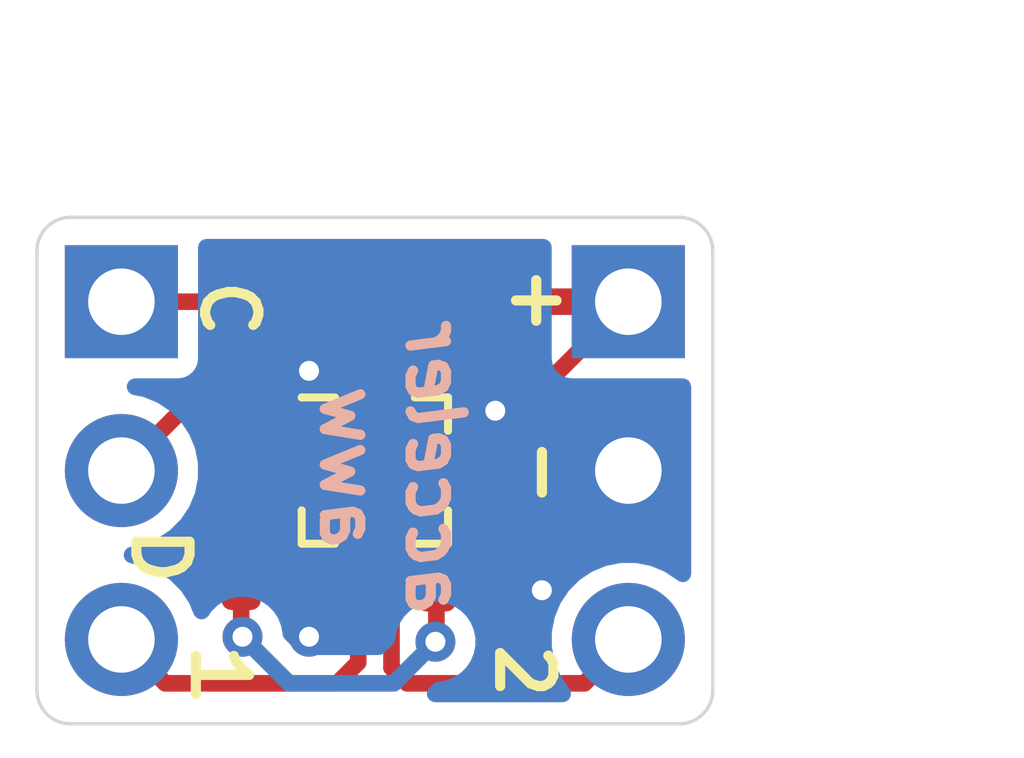
<source format=kicad_pcb>
(kicad_pcb (version 20171130) (host pcbnew "(5.1.5-0-10_14)")

  (general
    (thickness 1.6)
    (drawings 17)
    (tracks 63)
    (zones 0)
    (modules 8)
    (nets 7)
  )

  (page A4)
  (layers
    (0 F.Cu signal)
    (31 B.Cu signal)
    (32 B.Adhes user hide)
    (33 F.Adhes user hide)
    (34 B.Paste user hide)
    (35 F.Paste user hide)
    (36 B.SilkS user)
    (37 F.SilkS user hide)
    (38 B.Mask user hide)
    (39 F.Mask user hide)
    (40 Dwgs.User user hide)
    (41 Cmts.User user)
    (42 Eco1.User user hide)
    (43 Eco2.User user hide)
    (44 Edge.Cuts user)
    (45 Margin user hide)
    (46 B.CrtYd user hide)
    (47 F.CrtYd user hide)
    (48 B.Fab user hide)
    (49 F.Fab user hide)
  )

  (setup
    (last_trace_width 0.25)
    (user_trace_width 0.3)
    (user_trace_width 0.4)
    (trace_clearance 0.2)
    (zone_clearance 0.508)
    (zone_45_only no)
    (trace_min 0.2)
    (via_size 0.8)
    (via_drill 0.4)
    (via_min_size 0.4)
    (via_min_drill 0.3)
    (user_via 0.6 0.3)
    (uvia_size 0.3)
    (uvia_drill 0.1)
    (uvias_allowed no)
    (uvia_min_size 0.2)
    (uvia_min_drill 0.1)
    (edge_width 0.05)
    (segment_width 0.2)
    (pcb_text_width 0.3)
    (pcb_text_size 1.5 1.5)
    (mod_edge_width 0.153)
    (mod_text_size 1 0.8)
    (mod_text_width 0.153)
    (pad_size 1.524 1.524)
    (pad_drill 0.762)
    (pad_to_mask_clearance 0.051)
    (solder_mask_min_width 0.25)
    (aux_axis_origin 0 0)
    (visible_elements FFFFFF7F)
    (pcbplotparams
      (layerselection 0x010fc_ffffffff)
      (usegerberextensions false)
      (usegerberattributes false)
      (usegerberadvancedattributes false)
      (creategerberjobfile false)
      (excludeedgelayer true)
      (linewidth 0.100000)
      (plotframeref false)
      (viasonmask false)
      (mode 1)
      (useauxorigin false)
      (hpglpennumber 1)
      (hpglpenspeed 20)
      (hpglpendiameter 15.000000)
      (psnegative false)
      (psa4output false)
      (plotreference true)
      (plotvalue true)
      (plotinvisibletext false)
      (padsonsilk false)
      (subtractmaskfromsilk false)
      (outputformat 1)
      (mirror false)
      (drillshape 0)
      (scaleselection 1)
      (outputdirectory "fabrication-files/"))
  )

  (net 0 "")
  (net 1 GND)
  (net 2 +3V3)
  (net 3 I2C_CLK)
  (net 4 INT_2)
  (net 5 INT_1)
  (net 6 I2C_DATA)

  (net_class Default "This is the default net class."
    (clearance 0.2)
    (trace_width 0.25)
    (via_dia 0.8)
    (via_drill 0.4)
    (uvia_dia 0.3)
    (uvia_drill 0.1)
    (add_net +3V3)
    (add_net GND)
    (add_net I2C_CLK)
    (add_net I2C_DATA)
    (add_net INT_1)
    (add_net INT_2)
  )

  (module Connector_PinHeader_2.54mm:PinHeader_1x03_P2.54mm_Vertical (layer B.Cu) (tedit 5FBE1D84) (tstamp 5FBE16F1)
    (at 157.48 86.36 180)
    (descr "Through hole straight pin header, 1x03, 2.54mm pitch, single row")
    (tags "Through hole pin header THT 1x03 2.54mm single row")
    (path /5FC66D59)
    (fp_text reference J1 (at 0 2.33 180) (layer B.SilkS) hide
      (effects (font (size 1 1) (thickness 0.15)) (justify mirror))
    )
    (fp_text value Conn_01x03 (at 0 -7.41 180) (layer B.Fab)
      (effects (font (size 1 1) (thickness 0.15)) (justify mirror))
    )
    (fp_text user %R (at 0 -2.54 90) (layer B.Fab) hide
      (effects (font (size 1 1) (thickness 0.15)) (justify mirror))
    )
    (fp_line (start 1.8 1.8) (end -1.8 1.8) (layer B.CrtYd) (width 0.05))
    (fp_line (start 1.8 -6.85) (end 1.8 1.8) (layer B.CrtYd) (width 0.05))
    (fp_line (start -1.8 -6.85) (end 1.8 -6.85) (layer B.CrtYd) (width 0.05))
    (fp_line (start -1.8 1.8) (end -1.8 -6.85) (layer B.CrtYd) (width 0.05))
    (fp_line (start -1.27 0.635) (end -0.635 1.27) (layer B.Fab) (width 0.1))
    (fp_line (start -1.27 -6.35) (end -1.27 0.635) (layer B.Fab) (width 0.1))
    (fp_line (start 1.27 -6.35) (end -1.27 -6.35) (layer B.Fab) (width 0.1))
    (fp_line (start 1.27 1.27) (end 1.27 -6.35) (layer B.Fab) (width 0.1))
    (fp_line (start -0.635 1.27) (end 1.27 1.27) (layer B.Fab) (width 0.1))
    (pad 3 thru_hole oval (at 0 -5.08 180) (size 1.7 1.7) (drill 1) (layers *.Cu *.Mask)
      (net 5 INT_1))
    (pad 2 thru_hole oval (at 0 -2.54 180) (size 1.7 1.7) (drill 1) (layers *.Cu *.Mask)
      (net 6 I2C_DATA))
    (pad 1 thru_hole rect (at 0 0 180) (size 1.7 1.7) (drill 1) (layers *.Cu *.Mask)
      (net 3 I2C_CLK))
    (model ${KISYS3DMOD}/Connector_PinHeader_2.54mm.3dshapes/PinHeader_1x03_P2.54mm_Vertical.wrl
      (at (xyz 0 0 0))
      (scale (xyz 1 1 1))
      (rotate (xyz 0 0 0))
    )
  )

  (module Connector_PinHeader_2.54mm:PinHeader_1x03_P2.54mm_Vertical (layer B.Cu) (tedit 5FBE1D72) (tstamp 5FBE1708)
    (at 165.1 86.36 180)
    (descr "Through hole straight pin header, 1x03, 2.54mm pitch, single row")
    (tags "Through hole pin header THT 1x03 2.54mm single row")
    (path /5FC7111A)
    (fp_text reference J2 (at 0 2.33 180) (layer B.SilkS) hide
      (effects (font (size 1 1) (thickness 0.15)) (justify mirror))
    )
    (fp_text value Conn_01x03 (at 0 -7.41 180) (layer B.Fab)
      (effects (font (size 1 1) (thickness 0.15)) (justify mirror))
    )
    (fp_text user %R (at 0 -2.54 90) (layer B.Fab) hide
      (effects (font (size 1 1) (thickness 0.15)) (justify mirror))
    )
    (fp_line (start 1.8 1.8) (end -1.8 1.8) (layer B.CrtYd) (width 0.05))
    (fp_line (start 1.8 -6.85) (end 1.8 1.8) (layer B.CrtYd) (width 0.05))
    (fp_line (start -1.8 -6.85) (end 1.8 -6.85) (layer B.CrtYd) (width 0.05))
    (fp_line (start -1.8 1.8) (end -1.8 -6.85) (layer B.CrtYd) (width 0.05))
    (fp_line (start -1.27 0.635) (end -0.635 1.27) (layer B.Fab) (width 0.1))
    (fp_line (start -1.27 -6.35) (end -1.27 0.635) (layer B.Fab) (width 0.1))
    (fp_line (start 1.27 -6.35) (end -1.27 -6.35) (layer B.Fab) (width 0.1))
    (fp_line (start 1.27 1.27) (end 1.27 -6.35) (layer B.Fab) (width 0.1))
    (fp_line (start -0.635 1.27) (end 1.27 1.27) (layer B.Fab) (width 0.1))
    (pad 3 thru_hole oval (at 0 -5.08 180) (size 1.7 1.7) (drill 1) (layers *.Cu *.Mask)
      (net 4 INT_2))
    (pad 2 thru_hole oval (at 0 -2.54 180) (size 1.7 1.7) (drill 1) (layers *.Cu *.Mask)
      (net 1 GND))
    (pad 1 thru_hole rect (at 0 0 180) (size 1.7 1.7) (drill 1) (layers *.Cu *.Mask)
      (net 2 +3V3))
    (model ${KISYS3DMOD}/Connector_PinHeader_2.54mm.3dshapes/PinHeader_1x03_P2.54mm_Vertical.wrl
      (at (xyz 0 0 0))
      (scale (xyz 1 1 1))
      (rotate (xyz 0 0 0))
    )
  )

  (module Resistor_SMD:R_0603_1608Metric (layer F.Cu) (tedit 5FBE1D09) (tstamp 5FBE34CF)
    (at 161.29 86.36 180)
    (descr "Resistor SMD 0603 (1608 Metric), square (rectangular) end terminal, IPC_7351 nominal, (Body size source: http://www.tortai-tech.com/upload/download/2011102023233369053.pdf), generated with kicad-footprint-generator")
    (tags resistor)
    (path /5FC51447)
    (attr smd)
    (fp_text reference R2 (at -12.192 -2.286 180) (layer F.SilkS) hide
      (effects (font (size 1 1) (thickness 0.15)))
    )
    (fp_text value 4k7 (at 0 1.43 180) (layer F.Fab)
      (effects (font (size 1 1) (thickness 0.15)))
    )
    (fp_text user %R (at 0 0 180) (layer F.Fab) hide
      (effects (font (size 0.4 0.4) (thickness 0.06)))
    )
    (fp_line (start 1.48 0.73) (end -1.48 0.73) (layer F.CrtYd) (width 0.05))
    (fp_line (start 1.48 -0.73) (end 1.48 0.73) (layer F.CrtYd) (width 0.05))
    (fp_line (start -1.48 -0.73) (end 1.48 -0.73) (layer F.CrtYd) (width 0.05))
    (fp_line (start -1.48 0.73) (end -1.48 -0.73) (layer F.CrtYd) (width 0.05))
    (fp_line (start 0.8 0.4) (end -0.8 0.4) (layer F.Fab) (width 0.1))
    (fp_line (start 0.8 -0.4) (end 0.8 0.4) (layer F.Fab) (width 0.1))
    (fp_line (start -0.8 -0.4) (end 0.8 -0.4) (layer F.Fab) (width 0.1))
    (fp_line (start -0.8 0.4) (end -0.8 -0.4) (layer F.Fab) (width 0.1))
    (pad 2 smd roundrect (at 0.7875 0 180) (size 0.875 0.95) (layers F.Cu F.Paste F.Mask) (roundrect_rratio 0.25)
      (net 3 I2C_CLK))
    (pad 1 smd roundrect (at -0.7875 0 180) (size 0.875 0.95) (layers F.Cu F.Paste F.Mask) (roundrect_rratio 0.25)
      (net 2 +3V3))
    (model ${KISYS3DMOD}/Resistor_SMD.3dshapes/R_0603_1608Metric.wrl
      (at (xyz 0 0 0))
      (scale (xyz 1 1 1))
      (rotate (xyz 0 0 0))
    )
  )

  (module Resistor_SMD:R_0603_1608Metric (layer F.Cu) (tedit 5FBE1CEB) (tstamp 5FBE3400)
    (at 159.258 88.646 90)
    (descr "Resistor SMD 0603 (1608 Metric), square (rectangular) end terminal, IPC_7351 nominal, (Body size source: http://www.tortai-tech.com/upload/download/2011102023233369053.pdf), generated with kicad-footprint-generator")
    (tags resistor)
    (path /5FC4F443)
    (attr smd)
    (fp_text reference R1 (at -0.254 10.922 90) (layer F.SilkS) hide
      (effects (font (size 1 1) (thickness 0.15)))
    )
    (fp_text value 4k7 (at 0 1.43 90) (layer F.Fab)
      (effects (font (size 1 1) (thickness 0.15)))
    )
    (fp_text user %R (at 0 0 90) (layer F.Fab) hide
      (effects (font (size 0.4 0.4) (thickness 0.06)))
    )
    (fp_line (start 1.48 0.73) (end -1.48 0.73) (layer F.CrtYd) (width 0.05))
    (fp_line (start 1.48 -0.73) (end 1.48 0.73) (layer F.CrtYd) (width 0.05))
    (fp_line (start -1.48 -0.73) (end 1.48 -0.73) (layer F.CrtYd) (width 0.05))
    (fp_line (start -1.48 0.73) (end -1.48 -0.73) (layer F.CrtYd) (width 0.05))
    (fp_line (start 0.8 0.4) (end -0.8 0.4) (layer F.Fab) (width 0.1))
    (fp_line (start 0.8 -0.4) (end 0.8 0.4) (layer F.Fab) (width 0.1))
    (fp_line (start -0.8 -0.4) (end 0.8 -0.4) (layer F.Fab) (width 0.1))
    (fp_line (start -0.8 0.4) (end -0.8 -0.4) (layer F.Fab) (width 0.1))
    (pad 2 smd roundrect (at 0.7875 0 90) (size 0.875 0.95) (layers F.Cu F.Paste F.Mask) (roundrect_rratio 0.25)
      (net 6 I2C_DATA))
    (pad 1 smd roundrect (at -0.7875 0 90) (size 0.875 0.95) (layers F.Cu F.Paste F.Mask) (roundrect_rratio 0.25)
      (net 2 +3V3))
    (model ${KISYS3DMOD}/Resistor_SMD.3dshapes/R_0603_1608Metric.wrl
      (at (xyz 0 0 0))
      (scale (xyz 1 1 1))
      (rotate (xyz 0 0 0))
    )
  )

  (module Capacitor_SMD:C_0402_1005Metric (layer F.Cu) (tedit 5B301BBE) (tstamp 5FBE07BE)
    (at 162.7 90.7)
    (descr "Capacitor SMD 0402 (1005 Metric), square (rectangular) end terminal, IPC_7351 nominal, (Body size source: http://www.tortai-tech.com/upload/download/2011102023233369053.pdf), generated with kicad-footprint-generator")
    (tags capacitor)
    (path /5E6E3CD8)
    (attr smd)
    (fp_text reference C2 (at 9.004 -3.832) (layer F.SilkS) hide
      (effects (font (size 1 1) (thickness 0.15)))
    )
    (fp_text value 100n (at 0 1.17) (layer F.Fab)
      (effects (font (size 1 1) (thickness 0.15)))
    )
    (fp_text user %R (at 0 0) (layer F.Fab) hide
      (effects (font (size 0.25 0.25) (thickness 0.04)))
    )
    (fp_line (start 0.93 0.47) (end -0.93 0.47) (layer F.CrtYd) (width 0.05))
    (fp_line (start 0.93 -0.47) (end 0.93 0.47) (layer F.CrtYd) (width 0.05))
    (fp_line (start -0.93 -0.47) (end 0.93 -0.47) (layer F.CrtYd) (width 0.05))
    (fp_line (start -0.93 0.47) (end -0.93 -0.47) (layer F.CrtYd) (width 0.05))
    (fp_line (start 0.5 0.25) (end -0.5 0.25) (layer F.Fab) (width 0.1))
    (fp_line (start 0.5 -0.25) (end 0.5 0.25) (layer F.Fab) (width 0.1))
    (fp_line (start -0.5 -0.25) (end 0.5 -0.25) (layer F.Fab) (width 0.1))
    (fp_line (start -0.5 0.25) (end -0.5 -0.25) (layer F.Fab) (width 0.1))
    (pad 2 smd roundrect (at 0.485 0) (size 0.59 0.64) (layers F.Cu F.Paste F.Mask) (roundrect_rratio 0.25)
      (net 1 GND))
    (pad 1 smd roundrect (at -0.485 0) (size 0.59 0.64) (layers F.Cu F.Paste F.Mask) (roundrect_rratio 0.25)
      (net 2 +3V3))
    (model ${KISYS3DMOD}/Capacitor_SMD.3dshapes/C_0402_1005Metric.wrl
      (at (xyz 0 0 0))
      (scale (xyz 1 1 1))
      (rotate (xyz 0 0 0))
    )
  )

  (module Capacitor_SMD:C_0402_1005Metric (layer F.Cu) (tedit 5B301BBE) (tstamp 5FBE07CF)
    (at 159.766 90.678)
    (descr "Capacitor SMD 0402 (1005 Metric), square (rectangular) end terminal, IPC_7351 nominal, (Body size source: http://www.tortai-tech.com/upload/download/2011102023233369053.pdf), generated with kicad-footprint-generator")
    (tags capacitor)
    (path /5E6E16D7)
    (attr smd)
    (fp_text reference C3 (at 0 -1.17) (layer F.SilkS) hide
      (effects (font (size 1 1) (thickness 0.15)))
    )
    (fp_text value 10n (at 0 1.17) (layer F.Fab)
      (effects (font (size 1 1) (thickness 0.15)))
    )
    (fp_text user %R (at 0 0) (layer F.Fab) hide
      (effects (font (size 0.25 0.25) (thickness 0.04)))
    )
    (fp_line (start 0.93 0.47) (end -0.93 0.47) (layer F.CrtYd) (width 0.05))
    (fp_line (start 0.93 -0.47) (end 0.93 0.47) (layer F.CrtYd) (width 0.05))
    (fp_line (start -0.93 -0.47) (end 0.93 -0.47) (layer F.CrtYd) (width 0.05))
    (fp_line (start -0.93 0.47) (end -0.93 -0.47) (layer F.CrtYd) (width 0.05))
    (fp_line (start 0.5 0.25) (end -0.5 0.25) (layer F.Fab) (width 0.1))
    (fp_line (start 0.5 -0.25) (end 0.5 0.25) (layer F.Fab) (width 0.1))
    (fp_line (start -0.5 -0.25) (end 0.5 -0.25) (layer F.Fab) (width 0.1))
    (fp_line (start -0.5 0.25) (end -0.5 -0.25) (layer F.Fab) (width 0.1))
    (pad 2 smd roundrect (at 0.485 0) (size 0.59 0.64) (layers F.Cu F.Paste F.Mask) (roundrect_rratio 0.25)
      (net 1 GND))
    (pad 1 smd roundrect (at -0.485 0) (size 0.59 0.64) (layers F.Cu F.Paste F.Mask) (roundrect_rratio 0.25)
      (net 2 +3V3))
    (model ${KISYS3DMOD}/Capacitor_SMD.3dshapes/C_0402_1005Metric.wrl
      (at (xyz 0 0 0))
      (scale (xyz 1 1 1))
      (rotate (xyz 0 0 0))
    )
  )

  (module Package_LGA:LGA-12_2x2mm_P0.5mm (layer F.Cu) (tedit 5A0AAFFD) (tstamp 5FBE07F4)
    (at 161.29 88.9)
    (descr LGA12)
    (tags "lga land grid array")
    (path /5FC402AA)
    (attr smd)
    (fp_text reference U1 (at 8.57504 -1.13538) (layer F.SilkS) hide
      (effects (font (size 1 1) (thickness 0.15)))
    )
    (fp_text value QMA7981 (at 0 1.6) (layer F.Fab)
      (effects (font (size 1 1) (thickness 0.15)))
    )
    (fp_line (start -1.25 -1.25) (end 1.25 -1.25) (layer F.CrtYd) (width 0.05))
    (fp_line (start -1.25 1.25) (end -1.25 -1.25) (layer F.CrtYd) (width 0.05))
    (fp_line (start 1.25 1.25) (end -1.25 1.25) (layer F.CrtYd) (width 0.05))
    (fp_line (start 1.25 -1.25) (end 1.25 1.25) (layer F.CrtYd) (width 0.05))
    (fp_line (start -1.1 -1.1) (end -1.1 -1.1) (layer F.SilkS) (width 0.12))
    (fp_line (start -0.6 -1.1) (end -1.1 -1.1) (layer F.SilkS) (width 0.12))
    (fp_line (start -1.1 0.6) (end -1.1 0.6) (layer F.SilkS) (width 0.12))
    (fp_line (start -1.1 1.1) (end -1.1 0.6) (layer F.SilkS) (width 0.12))
    (fp_line (start -0.6 1.1) (end -1.1 1.1) (layer F.SilkS) (width 0.12))
    (fp_line (start 0.6 1.1) (end 0.6 1.1) (layer F.SilkS) (width 0.12))
    (fp_line (start 1.1 1.1) (end 0.6 1.1) (layer F.SilkS) (width 0.12))
    (fp_line (start 1.1 0.6) (end 1.1 1.1) (layer F.SilkS) (width 0.12))
    (fp_line (start 1.1 -0.6) (end 1.1 -0.6) (layer F.SilkS) (width 0.12))
    (fp_line (start 1.1 -1.1) (end 1.1 -0.6) (layer F.SilkS) (width 0.12))
    (fp_line (start 0.6 -1.1) (end 1.1 -1.1) (layer F.SilkS) (width 0.12))
    (fp_line (start -0.5 -1) (end 1 -1) (layer F.Fab) (width 0.1))
    (fp_line (start -1 -0.5) (end -0.5 -1) (layer F.Fab) (width 0.1))
    (fp_line (start -1 1) (end -1 -0.5) (layer F.Fab) (width 0.1))
    (fp_line (start 1 1) (end -1 1) (layer F.Fab) (width 0.1))
    (fp_line (start 1 -1) (end 1 1) (layer F.Fab) (width 0.1))
    (fp_text user %R (at 0 0) (layer F.Fab) hide
      (effects (font (size 0.5 0.5) (thickness 0.075)))
    )
    (pad 12 smd rect (at -0.25 -0.7625 90) (size 0.375 0.35) (layers F.Cu F.Paste F.Mask)
      (net 3 I2C_CLK))
    (pad 11 smd rect (at 0.25 -0.7625 90) (size 0.375 0.35) (layers F.Cu F.Paste F.Mask))
    (pad 6 smd rect (at 0.25 0.7625 90) (size 0.375 0.35) (layers F.Cu F.Paste F.Mask)
      (net 4 INT_2))
    (pad 5 smd rect (at -0.25 0.7625 90) (size 0.375 0.35) (layers F.Cu F.Paste F.Mask)
      (net 5 INT_1))
    (pad 10 smd rect (at 0.7625 -0.75) (size 0.375 0.35) (layers F.Cu F.Paste F.Mask)
      (net 2 +3V3))
    (pad 1 smd rect (at -0.7625 -0.75) (size 0.375 0.35) (layers F.Cu F.Paste F.Mask)
      (net 1 GND))
    (pad 7 smd rect (at 0.7625 0.75) (size 0.375 0.35) (layers F.Cu F.Paste F.Mask)
      (net 2 +3V3))
    (pad 4 smd rect (at -0.7625 0.75) (size 0.375 0.35) (layers F.Cu F.Paste F.Mask))
    (pad 8 smd rect (at 0.7625 0.25) (size 0.375 0.35) (layers F.Cu F.Paste F.Mask)
      (net 1 GND))
    (pad 9 smd rect (at 0.7625 -0.25) (size 0.375 0.35) (layers F.Cu F.Paste F.Mask)
      (net 1 GND))
    (pad 3 smd rect (at -0.7625 0.25) (size 0.375 0.35) (layers F.Cu F.Paste F.Mask)
      (net 2 +3V3))
    (pad 2 smd rect (at -0.7625 -0.25) (size 0.375 0.35) (layers F.Cu F.Paste F.Mask)
      (net 6 I2C_DATA))
    (model ${KISYS3DMOD}/Package_LGA.3dshapes/LGA-12_2x2mm_P0.5mm.wrl
      (at (xyz 0 0 0))
      (scale (xyz 1 1 1))
      (rotate (xyz 0 0 0))
    )
  )

  (module Capacitor_SMD:C_0402_1005Metric (layer F.Cu) (tedit 5B301BBE) (tstamp 5FBE07AF)
    (at 163.1 89.2 90)
    (descr "Capacitor SMD 0402 (1005 Metric), square (rectangular) end terminal, IPC_7351 nominal, (Body size source: http://www.tortai-tech.com/upload/download/2011102023233369053.pdf), generated with kicad-footprint-generator")
    (tags capacitor)
    (path /5E6E4932)
    (attr smd)
    (fp_text reference C1 (at -0.97 8.858 90) (layer F.SilkS) hide
      (effects (font (size 1 1) (thickness 0.15)))
    )
    (fp_text value 1u (at 0 1.17 90) (layer F.Fab)
      (effects (font (size 1 1) (thickness 0.15)))
    )
    (fp_text user %R (at 0 0 90) (layer F.Fab) hide
      (effects (font (size 0.25 0.25) (thickness 0.04)))
    )
    (fp_line (start 0.93 0.47) (end -0.93 0.47) (layer F.CrtYd) (width 0.05))
    (fp_line (start 0.93 -0.47) (end 0.93 0.47) (layer F.CrtYd) (width 0.05))
    (fp_line (start -0.93 -0.47) (end 0.93 -0.47) (layer F.CrtYd) (width 0.05))
    (fp_line (start -0.93 0.47) (end -0.93 -0.47) (layer F.CrtYd) (width 0.05))
    (fp_line (start 0.5 0.25) (end -0.5 0.25) (layer F.Fab) (width 0.1))
    (fp_line (start 0.5 -0.25) (end 0.5 0.25) (layer F.Fab) (width 0.1))
    (fp_line (start -0.5 -0.25) (end 0.5 -0.25) (layer F.Fab) (width 0.1))
    (fp_line (start -0.5 0.25) (end -0.5 -0.25) (layer F.Fab) (width 0.1))
    (pad 2 smd roundrect (at 0.485 0 90) (size 0.59 0.64) (layers F.Cu F.Paste F.Mask) (roundrect_rratio 0.25)
      (net 1 GND))
    (pad 1 smd roundrect (at -0.485 0 90) (size 0.59 0.64) (layers F.Cu F.Paste F.Mask) (roundrect_rratio 0.25)
      (net 2 +3V3))
    (model ${KISYS3DMOD}/Capacitor_SMD.3dshapes/C_0402_1005Metric.wrl
      (at (xyz 0 0 0))
      (scale (xyz 1 1 1))
      (rotate (xyz 0 0 0))
    )
  )

  (dimension 7.62 (width 0.15) (layer Cmts.User)
    (gr_text "7.620 mm" (at 169.702 88.9 270) (layer Cmts.User)
      (effects (font (size 1 1) (thickness 0.15)))
    )
    (feature1 (pts (xy 166.37 92.71) (xy 168.988421 92.71)))
    (feature2 (pts (xy 166.37 85.09) (xy 168.988421 85.09)))
    (crossbar (pts (xy 168.402 85.09) (xy 168.402 92.71)))
    (arrow1a (pts (xy 168.402 92.71) (xy 167.815579 91.583496)))
    (arrow1b (pts (xy 168.402 92.71) (xy 168.988421 91.583496)))
    (arrow2a (pts (xy 168.402 85.09) (xy 167.815579 86.216504)))
    (arrow2b (pts (xy 168.402 85.09) (xy 168.988421 86.216504)))
  )
  (dimension 10.16 (width 0.15) (layer Cmts.User)
    (gr_text "10.160 mm" (at 161.29 82.52) (layer Cmts.User)
      (effects (font (size 1 1) (thickness 0.15)))
    )
    (feature1 (pts (xy 166.37 85.09) (xy 166.37 83.233579)))
    (feature2 (pts (xy 156.21 85.09) (xy 156.21 83.233579)))
    (crossbar (pts (xy 156.21 83.82) (xy 166.37 83.82)))
    (arrow1a (pts (xy 166.37 83.82) (xy 165.243496 84.406421)))
    (arrow1b (pts (xy 166.37 83.82) (xy 165.243496 83.233579)))
    (arrow2a (pts (xy 156.21 83.82) (xy 157.336504 84.406421)))
    (arrow2b (pts (xy 156.21 83.82) (xy 157.336504 83.233579)))
  )
  (gr_text "acceler\naww" (at 161.544 88.9 270) (layer B.SilkS)
    (effects (font (size 0.8 0.8) (thickness 0.153) italic) (justify mirror))
  )
  (gr_arc (start 156.718 92.202) (end 156.21 92.202) (angle -90) (layer Edge.Cuts) (width 0.05) (tstamp 5FC5E76E))
  (gr_arc (start 156.718 85.598) (end 156.718 85.09) (angle -90) (layer Edge.Cuts) (width 0.05) (tstamp 5FC5E76E))
  (gr_arc (start 165.862 92.202) (end 165.862 92.71) (angle -90) (layer Edge.Cuts) (width 0.05) (tstamp 5FC5E76E))
  (gr_arc (start 165.862 85.598) (end 166.37 85.598) (angle -90) (layer Edge.Cuts) (width 0.05))
  (gr_text 2 (at 163.53536 91.91244 270) (layer F.SilkS) (tstamp 5FBE36FF)
    (effects (font (size 0.8 0.8) (thickness 0.153)) hide)
  )
  (gr_text 1 (at 158.96082 91.9734 270) (layer F.SilkS)
    (effects (font (size 0.8 1) (thickness 0.153)) hide)
  )
  (gr_text D (at 158.06674 90.18016 270) (layer F.SilkS)
    (effects (font (size 0.8 0.8) (thickness 0.153)) hide)
  )
  (gr_text C (at 159.10052 86.4616 270) (layer F.SilkS)
    (effects (font (size 0.8 0.8) (thickness 0.153)) hide)
  )
  (gr_text - (at 163.74364 88.9254 90) (layer F.SilkS) (tstamp 5FBE36FF)
    (effects (font (size 0.8 0.8) (thickness 0.153)) hide)
  )
  (gr_text + (at 163.7157 86.2838) (layer F.SilkS)
    (effects (font (size 0.8 0.8) (thickness 0.153)) hide)
  )
  (gr_line (start 165.862 92.71) (end 156.718 92.71) (layer Edge.Cuts) (width 0.05) (tstamp 5FBE2D65))
  (gr_line (start 166.37 85.598) (end 166.37 92.202) (layer Edge.Cuts) (width 0.05))
  (gr_line (start 156.718 85.09) (end 165.862 85.09) (layer Edge.Cuts) (width 0.05))
  (gr_line (start 156.21 92.202) (end 156.21 85.598) (layer Edge.Cuts) (width 0.05))

  (segment (start 163.1 90.685) (end 163.085 90.7) (width 0.25) (layer F.Cu) (net 1))
  (segment (start 163.035 88.65) (end 163.1 88.715) (width 0.25) (layer F.Cu) (net 1))
  (segment (start 162.0525 88.65) (end 163.035 88.65) (width 0.25) (layer F.Cu) (net 1))
  (segment (start 162.642768 89.154) (end 163.081768 88.715) (width 0.25) (layer F.Cu) (net 1))
  (segment (start 162.56 89.154) (end 162.642768 89.154) (width 0.25) (layer F.Cu) (net 1))
  (segment (start 162.556 89.15) (end 162.56 89.154) (width 0.25) (layer F.Cu) (net 1))
  (segment (start 163.081768 88.715) (end 163.1 88.715) (width 0.25) (layer F.Cu) (net 1))
  (segment (start 162.0525 89.15) (end 162.556 89.15) (width 0.25) (layer F.Cu) (net 1))
  (via (at 160.3 87.4) (size 0.6) (drill 0.3) (layers F.Cu B.Cu) (net 1))
  (segment (start 160.5275 87.6275) (end 160.3 87.4) (width 0.25) (layer F.Cu) (net 1))
  (segment (start 160.5275 88.15) (end 160.5275 87.6275) (width 0.25) (layer F.Cu) (net 1))
  (via (at 163.1 88) (size 0.6) (drill 0.3) (layers F.Cu B.Cu) (net 1))
  (segment (start 163.1 88.715) (end 163.1 88) (width 0.25) (layer F.Cu) (net 1))
  (segment (start 163.085 90.7) (end 163.8 90.7) (width 0.25) (layer F.Cu) (net 1))
  (via (at 163.8 90.7) (size 0.6) (drill 0.3) (layers F.Cu B.Cu) (net 1))
  (via (at 160.3 91.399992) (size 0.6) (drill 0.3) (layers F.Cu B.Cu) (net 1))
  (segment (start 160.251 91.350992) (end 160.3 91.399992) (width 0.25) (layer F.Cu) (net 1))
  (segment (start 160.251 90.678) (end 160.251 91.350992) (width 0.25) (layer F.Cu) (net 1))
  (segment (start 159.7955 89.15) (end 159.258 89.6875) (width 0.25) (layer F.Cu) (net 2))
  (segment (start 160.5275 89.15) (end 159.7955 89.15) (width 0.25) (layer F.Cu) (net 2))
  (segment (start 159.535 89.7105) (end 159.258 89.4335) (width 0.25) (layer F.Cu) (net 2))
  (segment (start 162.0525 86.385) (end 162.0775 86.36) (width 0.25) (layer F.Cu) (net 2))
  (segment (start 162.0525 88.15) (end 162.0525 86.385) (width 0.25) (layer F.Cu) (net 2))
  (segment (start 162.0525 90.6375) (end 162.115 90.7) (width 0.25) (layer F.Cu) (net 2))
  (segment (start 162.0525 89.65) (end 162.0525 90.6375) (width 0.25) (layer F.Cu) (net 2))
  (segment (start 162.115 90.67) (end 163.1 89.685) (width 0.25) (layer F.Cu) (net 2))
  (segment (start 162.115 90.7) (end 162.115 90.67) (width 0.25) (layer F.Cu) (net 2))
  (segment (start 163.8 87.66) (end 164.5 86.96) (width 0.25) (layer F.Cu) (net 2))
  (segment (start 163.8 89.305) (end 163.8 87.66) (width 0.25) (layer F.Cu) (net 2))
  (segment (start 164.5 86.96) (end 165.1 86.36) (width 0.25) (layer F.Cu) (net 2))
  (segment (start 163.42 89.685) (end 163.8 89.305) (width 0.25) (layer F.Cu) (net 2))
  (segment (start 163.1 89.685) (end 163.42 89.685) (width 0.25) (layer F.Cu) (net 2))
  (segment (start 159.258 90.655) (end 159.281 90.678) (width 0.25) (layer F.Cu) (net 2))
  (segment (start 159.258 89.4335) (end 159.258 90.655) (width 0.25) (layer F.Cu) (net 2))
  (via (at 159.3 91.399998) (size 0.6) (drill 0.3) (layers F.Cu B.Cu) (net 2))
  (segment (start 159.281 90.678) (end 159.281 91.380998) (width 0.25) (layer F.Cu) (net 2))
  (segment (start 159.281 91.380998) (end 159.3 91.399998) (width 0.25) (layer F.Cu) (net 2))
  (via (at 162.2 91.47499) (size 0.6) (drill 0.3) (layers F.Cu B.Cu) (net 2))
  (segment (start 161.57499 92.1) (end 161.900001 91.774989) (width 0.25) (layer B.Cu) (net 2))
  (segment (start 162.215 91.45999) (end 162.2 91.47499) (width 0.25) (layer F.Cu) (net 2))
  (segment (start 161.900001 91.774989) (end 162.2 91.47499) (width 0.25) (layer B.Cu) (net 2))
  (segment (start 160.000002 92.1) (end 161.57499 92.1) (width 0.25) (layer B.Cu) (net 2))
  (segment (start 162.215 90.7) (end 162.215 91.45999) (width 0.25) (layer F.Cu) (net 2))
  (segment (start 159.3 91.399998) (end 160.000002 92.1) (width 0.25) (layer B.Cu) (net 2))
  (segment (start 162.0775 86.36) (end 165.1 86.36) (width 0.4) (layer F.Cu) (net 2))
  (segment (start 161.040001 87.836495) (end 161.040001 87.9) (width 0.25) (layer F.Cu) (net 3))
  (segment (start 161.04 87.836496) (end 161.040001 87.836495) (width 0.25) (layer F.Cu) (net 3))
  (segment (start 161.04 88.1375) (end 161.04 87.836496) (width 0.25) (layer F.Cu) (net 3))
  (segment (start 161.040001 86.897501) (end 161.040001 87.836495) (width 0.25) (layer F.Cu) (net 3))
  (segment (start 160.5025 86.36) (end 161.040001 86.897501) (width 0.25) (layer F.Cu) (net 3))
  (segment (start 157.48 86.36) (end 160.5025 86.36) (width 0.25) (layer F.Cu) (net 3))
  (segment (start 164.44 92.1) (end 165.1 91.44) (width 0.25) (layer F.Cu) (net 4))
  (segment (start 161.774998 92.1) (end 164.44 92.1) (width 0.25) (layer F.Cu) (net 4))
  (segment (start 161.54 89.6625) (end 161.54 91.865002) (width 0.25) (layer F.Cu) (net 4))
  (segment (start 161.54 91.865002) (end 161.774998 92.1) (width 0.25) (layer F.Cu) (net 4))
  (segment (start 158.14 92.1) (end 157.48 91.44) (width 0.25) (layer F.Cu) (net 5))
  (segment (start 160.725004 92.1) (end 158.14 92.1) (width 0.25) (layer F.Cu) (net 5) (tstamp 5FBE3D30))
  (segment (start 161.04 91.785004) (end 160.725004 92.1) (width 0.25) (layer F.Cu) (net 5))
  (segment (start 161.04 89.6625) (end 161.04 91.785004) (width 0.25) (layer F.Cu) (net 5))
  (segment (start 159.258 87.8585) (end 158.5215 87.8585) (width 0.25) (layer F.Cu) (net 6))
  (segment (start 160.0495 88.65) (end 159.258 87.8585) (width 0.25) (layer F.Cu) (net 6))
  (segment (start 158.5215 87.8585) (end 157.48 88.9) (width 0.25) (layer F.Cu) (net 6))
  (segment (start 160.5275 88.65) (end 160.0495 88.65) (width 0.25) (layer F.Cu) (net 6))

  (zone (net 1) (net_name GND) (layer B.Cu) (tstamp 5FC5E71A) (hatch edge 0.508)
    (connect_pads yes (clearance 0.3))
    (min_thickness 0.254)
    (fill yes (arc_segments 32) (thermal_gap 0.508) (thermal_bridge_width 0.508))
    (polygon
      (pts
        (xy 166.37 92.71) (xy 156.21 92.71) (xy 156.21 85.09) (xy 166.37 85.09)
      )
    )
    (filled_polygon
      (pts
        (xy 163.820934 87.21) (xy 163.829178 87.293707) (xy 163.853595 87.374196) (xy 163.893245 87.448376) (xy 163.946605 87.513395)
        (xy 164.011624 87.566755) (xy 164.085804 87.606405) (xy 164.166293 87.630822) (xy 164.25 87.639066) (xy 165.918 87.639066)
        (xy 165.918001 90.45205) (xy 165.91404 90.448089) (xy 165.704886 90.308337) (xy 165.472487 90.212074) (xy 165.225774 90.163)
        (xy 164.974226 90.163) (xy 164.727513 90.212074) (xy 164.495114 90.308337) (xy 164.28596 90.448089) (xy 164.108089 90.62596)
        (xy 163.968337 90.835114) (xy 163.872074 91.067513) (xy 163.823 91.314226) (xy 163.823 91.565774) (xy 163.872074 91.812487)
        (xy 163.968337 92.044886) (xy 164.108089 92.25404) (xy 164.112049 92.258) (xy 162.197634 92.258) (xy 162.253644 92.20199)
        (xy 162.271603 92.20199) (xy 162.412058 92.174052) (xy 162.544364 92.119249) (xy 162.663436 92.039688) (xy 162.764698 91.938426)
        (xy 162.844259 91.819354) (xy 162.899062 91.687048) (xy 162.927 91.546593) (xy 162.927 91.403387) (xy 162.899062 91.262932)
        (xy 162.844259 91.130626) (xy 162.764698 91.011554) (xy 162.663436 90.910292) (xy 162.544364 90.830731) (xy 162.412058 90.775928)
        (xy 162.271603 90.74799) (xy 162.128397 90.74799) (xy 161.987942 90.775928) (xy 161.855636 90.830731) (xy 161.736564 90.910292)
        (xy 161.635302 91.011554) (xy 161.555741 91.130626) (xy 161.500938 91.262932) (xy 161.473 91.403387) (xy 161.473 91.421346)
        (xy 161.346346 91.548) (xy 160.228648 91.548) (xy 160.027 91.346353) (xy 160.027 91.328395) (xy 159.999062 91.18794)
        (xy 159.944259 91.055634) (xy 159.864698 90.936562) (xy 159.763436 90.8353) (xy 159.644364 90.755739) (xy 159.512058 90.700936)
        (xy 159.371603 90.672998) (xy 159.228397 90.672998) (xy 159.087942 90.700936) (xy 158.955636 90.755739) (xy 158.836564 90.8353)
        (xy 158.735302 90.936562) (xy 158.684918 91.011967) (xy 158.611663 90.835114) (xy 158.471911 90.62596) (xy 158.29404 90.448089)
        (xy 158.084886 90.308337) (xy 157.852487 90.212074) (xy 157.640966 90.17) (xy 157.852487 90.127926) (xy 158.084886 90.031663)
        (xy 158.29404 89.891911) (xy 158.471911 89.71404) (xy 158.611663 89.504886) (xy 158.707926 89.272487) (xy 158.757 89.025774)
        (xy 158.757 88.774226) (xy 158.707926 88.527513) (xy 158.611663 88.295114) (xy 158.471911 88.08596) (xy 158.29404 87.908089)
        (xy 158.084886 87.768337) (xy 157.852487 87.672074) (xy 157.686544 87.639066) (xy 158.33 87.639066) (xy 158.413707 87.630822)
        (xy 158.494196 87.606405) (xy 158.568376 87.566755) (xy 158.633395 87.513395) (xy 158.686755 87.448376) (xy 158.726405 87.374196)
        (xy 158.750822 87.293707) (xy 158.759066 87.21) (xy 158.759066 85.542) (xy 163.820934 85.542)
      )
    )
  )
)

</source>
